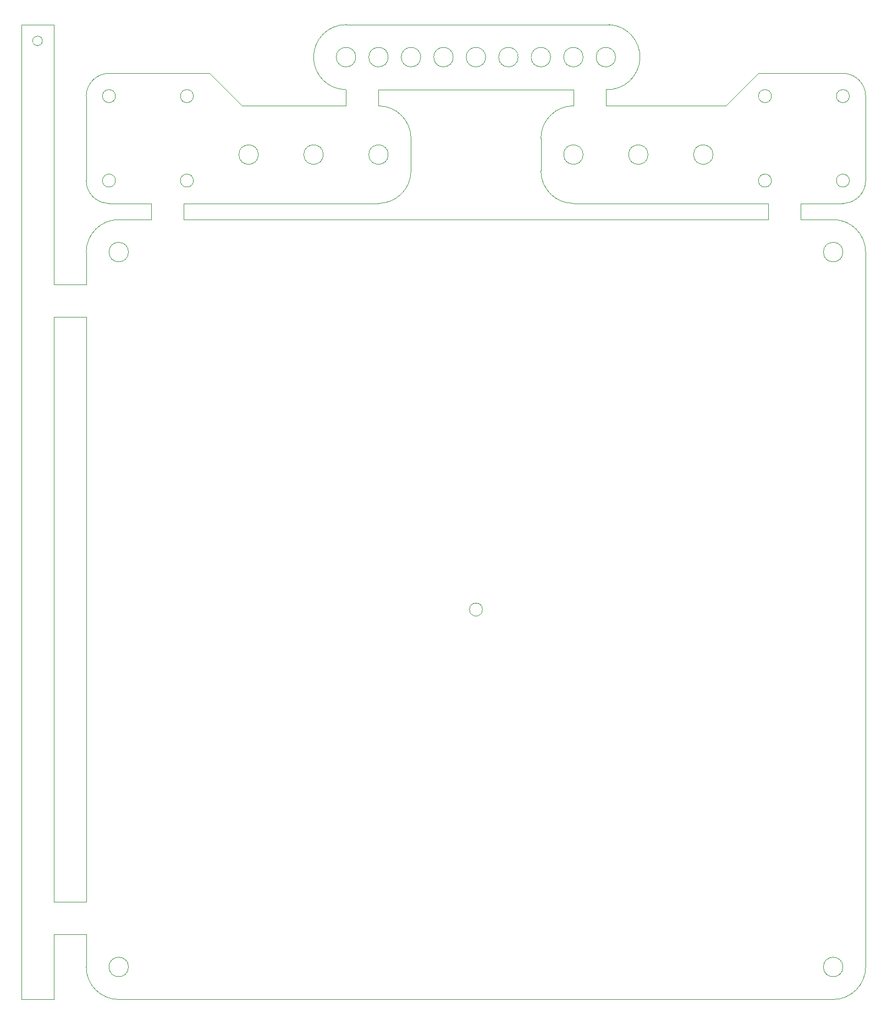
<source format=gbr>
%TF.GenerationSoftware,KiCad,Pcbnew,9.0.4*%
%TF.CreationDate,2025-09-03T20:12:05-03:00*%
%TF.ProjectId,Buildplate_v1.0,4275696c-6470-46c6-9174-655f76312e30,rev?*%
%TF.SameCoordinates,Original*%
%TF.FileFunction,Profile,NP*%
%FSLAX46Y46*%
G04 Gerber Fmt 4.6, Leading zero omitted, Abs format (unit mm)*
G04 Created by KiCad (PCBNEW 9.0.4) date 2025-09-03 20:12:05*
%MOMM*%
%LPD*%
G01*
G04 APERTURE LIST*
%TA.AperFunction,Profile*%
%ADD10C,0.050000*%
%TD*%
G04 APERTURE END LIST*
D10*
X1000000Y0D02*
G75*
G02*
X-1000000Y0I-1000000J0D01*
G01*
X-1000000Y0D02*
G75*
G02*
X1000000Y0I1000000J0D01*
G01*
X-66750000Y87500000D02*
G75*
G02*
X-68250000Y87500000I-750000J0D01*
G01*
X-68250000Y87500000D02*
G75*
G02*
X-66750000Y87500000I750000J0D01*
G01*
X-43500000Y66000000D02*
G75*
G02*
X-45500000Y66000000I-1000000J0D01*
G01*
X-45500000Y66000000D02*
G75*
G02*
X-43500000Y66000000I1000000J0D01*
G01*
X-55500000Y66000000D02*
G75*
G02*
X-57500000Y66000000I-1000000J0D01*
G01*
X-57500000Y66000000D02*
G75*
G02*
X-55500000Y66000000I1000000J0D01*
G01*
X-55500000Y79000000D02*
G75*
G02*
X-57500000Y79000000I-1000000J0D01*
G01*
X-57500000Y79000000D02*
G75*
G02*
X-55500000Y79000000I1000000J0D01*
G01*
X-43500000Y79000000D02*
G75*
G02*
X-45500000Y79000000I-1000000J0D01*
G01*
X-45500000Y79000000D02*
G75*
G02*
X-43500000Y79000000I1000000J0D01*
G01*
X45500000Y66000000D02*
G75*
G02*
X43500000Y66000000I-1000000J0D01*
G01*
X43500000Y66000000D02*
G75*
G02*
X45500000Y66000000I1000000J0D01*
G01*
X57500000Y66000000D02*
G75*
G02*
X55500000Y66000000I-1000000J0D01*
G01*
X55500000Y66000000D02*
G75*
G02*
X57500000Y66000000I1000000J0D01*
G01*
X57500000Y79000000D02*
G75*
G02*
X55500000Y79000000I-1000000J0D01*
G01*
X55500000Y79000000D02*
G75*
G02*
X57500000Y79000000I1000000J0D01*
G01*
X45500000Y79000000D02*
G75*
G02*
X43500000Y79000000I-1000000J0D01*
G01*
X43500000Y79000000D02*
G75*
G02*
X45500000Y79000000I1000000J0D01*
G01*
X36500000Y70000000D02*
G75*
G02*
X33500000Y70000000I-1500000J0D01*
G01*
X33500000Y70000000D02*
G75*
G02*
X36500000Y70000000I1500000J0D01*
G01*
X26500000Y70000000D02*
G75*
G02*
X23500000Y70000000I-1500000J0D01*
G01*
X23500000Y70000000D02*
G75*
G02*
X26500000Y70000000I1500000J0D01*
G01*
X16500000Y70000000D02*
G75*
G02*
X13500000Y70000000I-1500000J0D01*
G01*
X13500000Y70000000D02*
G75*
G02*
X16500000Y70000000I1500000J0D01*
G01*
X21500000Y85000000D02*
G75*
G02*
X18500000Y85000000I-1500000J0D01*
G01*
X18500000Y85000000D02*
G75*
G02*
X21500000Y85000000I1500000J0D01*
G01*
X16500000Y85000000D02*
G75*
G02*
X13500000Y85000000I-1500000J0D01*
G01*
X13500000Y85000000D02*
G75*
G02*
X16500000Y85000000I1500000J0D01*
G01*
X11500000Y85000000D02*
G75*
G02*
X8500000Y85000000I-1500000J0D01*
G01*
X8500000Y85000000D02*
G75*
G02*
X11500000Y85000000I1500000J0D01*
G01*
X6500000Y85000000D02*
G75*
G02*
X3500000Y85000000I-1500000J0D01*
G01*
X3500000Y85000000D02*
G75*
G02*
X6500000Y85000000I1500000J0D01*
G01*
X1500000Y85000000D02*
G75*
G02*
X-1500000Y85000000I-1500000J0D01*
G01*
X-1500000Y85000000D02*
G75*
G02*
X1500000Y85000000I1500000J0D01*
G01*
X-3500000Y85000000D02*
G75*
G02*
X-6500000Y85000000I-1500000J0D01*
G01*
X-6500000Y85000000D02*
G75*
G02*
X-3500000Y85000000I1500000J0D01*
G01*
X-8500000Y85000000D02*
G75*
G02*
X-11500000Y85000000I-1500000J0D01*
G01*
X-11500000Y85000000D02*
G75*
G02*
X-8500000Y85000000I1500000J0D01*
G01*
X-13500000Y85000000D02*
G75*
G02*
X-16500000Y85000000I-1500000J0D01*
G01*
X-16500000Y85000000D02*
G75*
G02*
X-13500000Y85000000I1500000J0D01*
G01*
X-18500000Y85000000D02*
G75*
G02*
X-21500000Y85000000I-1500000J0D01*
G01*
X-21500000Y85000000D02*
G75*
G02*
X-18500000Y85000000I1500000J0D01*
G01*
X-33500000Y70000000D02*
G75*
G02*
X-36500000Y70000000I-1500000J0D01*
G01*
X-36500000Y70000000D02*
G75*
G02*
X-33500000Y70000000I1500000J0D01*
G01*
X-23500000Y70000000D02*
G75*
G02*
X-26500000Y70000000I-1500000J0D01*
G01*
X-26500000Y70000000D02*
G75*
G02*
X-23500000Y70000000I1500000J0D01*
G01*
X-13500000Y70000000D02*
G75*
G02*
X-16500000Y70000000I-1500000J0D01*
G01*
X-16500000Y70000000D02*
G75*
G02*
X-13500000Y70000000I1500000J0D01*
G01*
X-53500000Y-55000000D02*
G75*
G02*
X-56500000Y-55000000I-1500000J0D01*
G01*
X-56500000Y-55000000D02*
G75*
G02*
X-53500000Y-55000000I1500000J0D01*
G01*
X56500000Y-55000000D02*
G75*
G02*
X53500000Y-55000000I-1500000J0D01*
G01*
X53500000Y-55000000D02*
G75*
G02*
X56500000Y-55000000I1500000J0D01*
G01*
X56500000Y55000000D02*
G75*
G02*
X53500000Y55000000I-1500000J0D01*
G01*
X53500000Y55000000D02*
G75*
G02*
X56500000Y55000000I1500000J0D01*
G01*
X-53500000Y55000000D02*
G75*
G02*
X-56500000Y55000000I-1500000J0D01*
G01*
X-56500000Y55000000D02*
G75*
G02*
X-53500000Y55000000I1500000J0D01*
G01*
X15000000Y80000000D02*
X15000000Y77500000D01*
X-65000000Y-50000000D02*
X-65000000Y-60000000D01*
X-10000000Y67500000D02*
G75*
G02*
X-15000000Y62500000I-5000000J0D01*
G01*
X-56500000Y62500000D02*
X-50000000Y62500000D01*
X38500000Y77500000D02*
X43500000Y82500000D01*
X56500000Y62500000D02*
X50000000Y62500000D01*
X-20000000Y80000000D02*
G75*
G02*
X-20000000Y90000000I0J5000000D01*
G01*
X-50000000Y62500000D02*
X-50000000Y60000000D01*
X-60000000Y-50000000D02*
X-65000000Y-50000000D01*
X45000000Y62500000D02*
X15000000Y62500000D01*
X-60000000Y55000000D02*
G75*
G02*
X-55000000Y60000000I5000000J0D01*
G01*
X15000000Y62500000D02*
G75*
G02*
X10000000Y67500000I0J5000000D01*
G01*
X-45000000Y62500000D02*
X-15000000Y62500000D01*
X-70000000Y90000000D02*
X-70000000Y-60000000D01*
X10000000Y72500000D02*
X10000000Y67500000D01*
X60000000Y66000000D02*
X60000000Y79000000D01*
X-20000000Y77500000D02*
X-36000000Y77500000D01*
X-15000000Y77500000D02*
G75*
G02*
X-10000000Y72500000I0J-5000000D01*
G01*
X20500000Y90000000D02*
G75*
G02*
X20000000Y80000000I-250000J-5000000D01*
G01*
X60000000Y55000000D02*
X60000000Y-55000000D01*
X-60000000Y45000000D02*
X-65000000Y45000000D01*
X20000000Y80000000D02*
X20000000Y77500000D01*
X-41000000Y82500000D02*
X-56500000Y82500000D01*
X-65000000Y90000000D02*
X-70000000Y90000000D01*
X-60000000Y79000000D02*
G75*
G02*
X-56500000Y82500000I3499999J1D01*
G01*
X-56500000Y62500000D02*
G75*
G02*
X-60000000Y66000000I-1J3499999D01*
G01*
X50000000Y62500000D02*
X50000000Y60000000D01*
X56500000Y82500000D02*
G75*
G02*
X60000000Y79000000I0J-3500000D01*
G01*
X15000000Y80000000D02*
X-15000000Y80000000D01*
X-45000000Y60000000D02*
X45000000Y60000000D01*
X60000000Y-55000000D02*
G75*
G02*
X55000000Y-60000000I-5000000J0D01*
G01*
X-10000000Y72500000D02*
X-10000000Y67500000D01*
X-65000000Y-45000000D02*
X-65000000Y45000000D01*
X-20000000Y90000000D02*
X20500000Y90000000D01*
X-65000000Y50000000D02*
X-65000000Y90000000D01*
X-15000000Y80000000D02*
X-15000000Y77500000D01*
X56500000Y82500000D02*
X43500000Y82500000D01*
X-55000000Y-60000000D02*
G75*
G02*
X-60000000Y-55000000I0J5000000D01*
G01*
X-60000000Y-55000000D02*
X-60000000Y-50000000D01*
X-60000000Y50000000D02*
X-65000000Y50000000D01*
X50000000Y60000000D02*
X55000000Y60000000D01*
X55000000Y60000000D02*
G75*
G02*
X60000000Y55000000I0J-5000000D01*
G01*
X-60000000Y-45000000D02*
X-60000000Y45000000D01*
X-36000000Y77500000D02*
X-41000000Y82500000D01*
X-55000000Y-60000000D02*
X55000000Y-60000000D01*
X-20000000Y80000000D02*
X-20000000Y77500000D01*
X-45000000Y62500000D02*
X-45000000Y60000000D01*
X60000000Y66000000D02*
G75*
G02*
X56500000Y62500000I-3500000J0D01*
G01*
X10000000Y72500000D02*
G75*
G02*
X15000000Y77500000I5000000J0D01*
G01*
X-60000000Y50000000D02*
X-60000000Y55000000D01*
X-60000000Y79000000D02*
X-60000000Y66000000D01*
X45000000Y62500000D02*
X45000000Y60000000D01*
X-60000000Y-45000000D02*
X-65000000Y-45000000D01*
X20000000Y77500000D02*
X38500000Y77500000D01*
X-70000000Y-60000000D02*
X-65000000Y-60000000D01*
X-55000000Y60000000D02*
X-50000000Y60000000D01*
M02*

</source>
